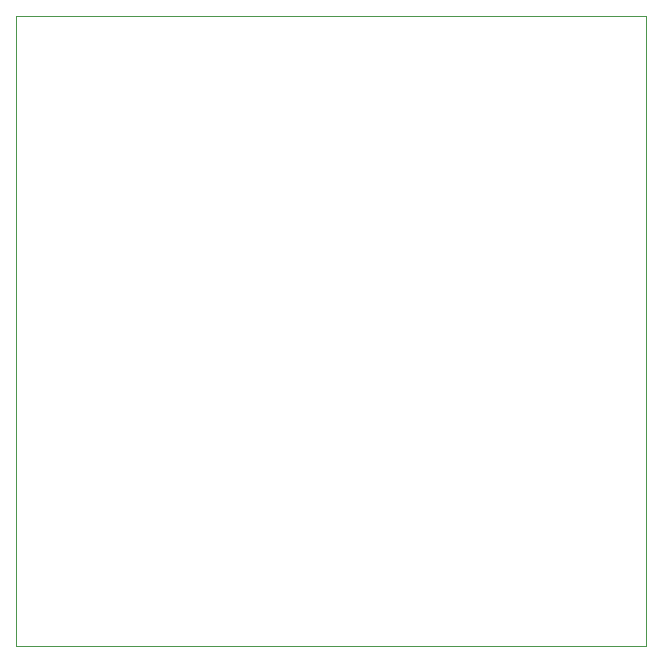
<source format=gbr>
%TF.GenerationSoftware,KiCad,Pcbnew,(5.1.6)-1*%
%TF.CreationDate,2020-09-17T17:59:47-05:00*%
%TF.ProjectId,voltmeter,766f6c74-6d65-4746-9572-2e6b69636164,rev?*%
%TF.SameCoordinates,Original*%
%TF.FileFunction,Profile,NP*%
%FSLAX46Y46*%
G04 Gerber Fmt 4.6, Leading zero omitted, Abs format (unit mm)*
G04 Created by KiCad (PCBNEW (5.1.6)-1) date 2020-09-17 17:59:47*
%MOMM*%
%LPD*%
G01*
G04 APERTURE LIST*
%TA.AperFunction,Profile*%
%ADD10C,0.050000*%
%TD*%
G04 APERTURE END LIST*
D10*
X114300000Y-130810000D02*
X114300000Y-77470000D01*
X167640000Y-130810000D02*
X114300000Y-130810000D01*
X167640000Y-77470000D02*
X167640000Y-130810000D01*
X114300000Y-77470000D02*
X167640000Y-77470000D01*
M02*

</source>
